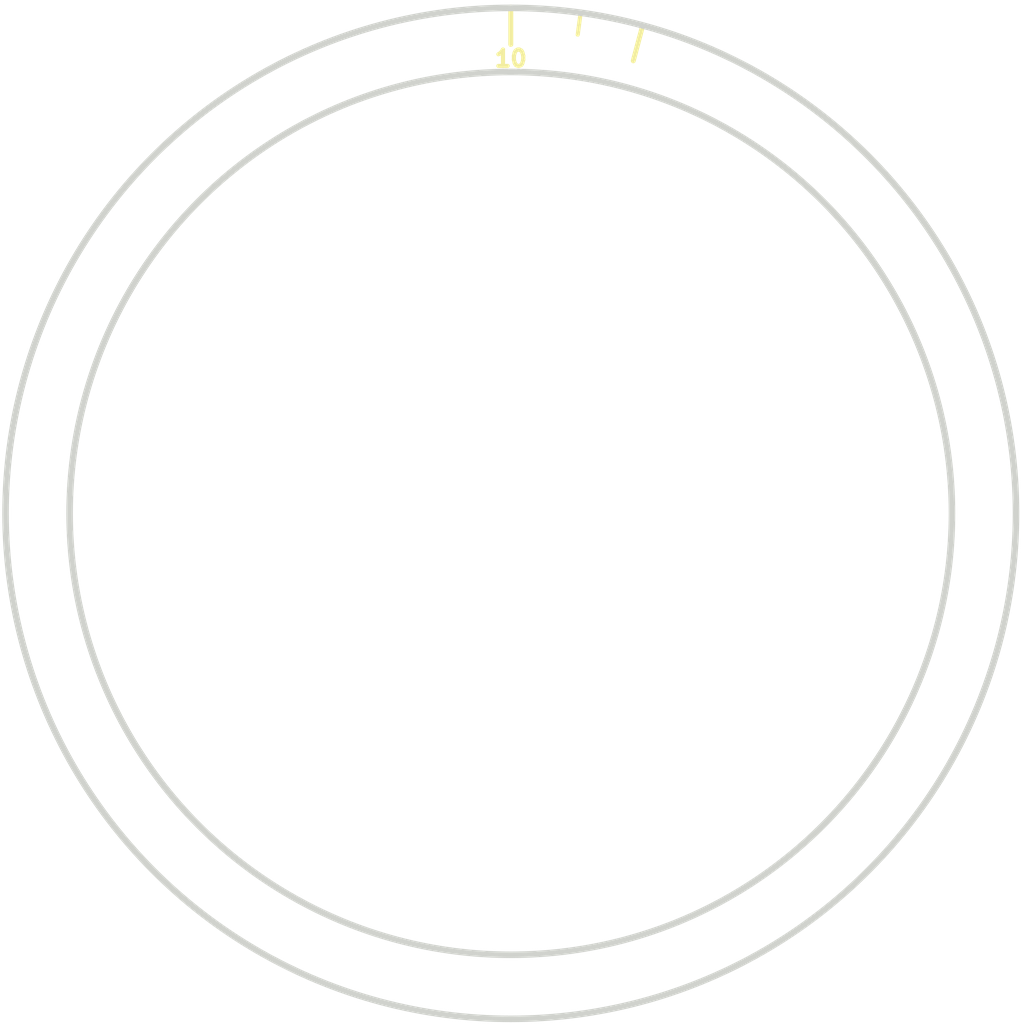
<source format=kicad_pcb>
(kicad_pcb (version 20211014) (generator pcbnew)

  (general
    (thickness 1.6)
  )

  (paper "A4")
  (layers
    (0 "F.Cu" signal)
    (31 "B.Cu" signal)
    (32 "B.Adhes" user "B.Adhesive")
    (33 "F.Adhes" user "F.Adhesive")
    (34 "B.Paste" user)
    (35 "F.Paste" user)
    (36 "B.SilkS" user "B.Silkscreen")
    (37 "F.SilkS" user "F.Silkscreen")
    (38 "B.Mask" user)
    (39 "F.Mask" user)
    (40 "Dwgs.User" user "User.Drawings")
    (41 "Cmts.User" user "User.Comments")
    (42 "Eco1.User" user "User.Eco1")
    (43 "Eco2.User" user "User.Eco2")
    (44 "Edge.Cuts" user)
    (45 "Margin" user)
    (46 "B.CrtYd" user "B.Courtyard")
    (47 "F.CrtYd" user "F.Courtyard")
    (48 "B.Fab" user)
    (49 "F.Fab" user)
    (50 "User.1" user "Dimensions")
    (51 "User.2" user)
    (52 "User.3" user "MinutesReference")
    (53 "User.4" user)
    (54 "User.5" user)
    (55 "User.6" user)
    (56 "User.7" user)
    (57 "User.8" user)
    (58 "User.9" user)
  )

  (setup
    (stackup
      (layer "F.SilkS" (type "Top Silk Screen"))
      (layer "F.Paste" (type "Top Solder Paste"))
      (layer "F.Mask" (type "Top Solder Mask") (thickness 0.01))
      (layer "F.Cu" (type "copper") (thickness 0.035))
      (layer "dielectric 1" (type "core") (thickness 1.51) (material "FR4") (epsilon_r 4.5) (loss_tangent 0.02))
      (layer "B.Cu" (type "copper") (thickness 0.035))
      (layer "B.Mask" (type "Bottom Solder Mask") (thickness 0.01))
      (layer "B.Paste" (type "Bottom Solder Paste"))
      (layer "B.SilkS" (type "Bottom Silk Screen"))
      (copper_finish "None")
      (dielectric_constraints no)
    )
    (pad_to_mask_clearance 0)
    (pcbplotparams
      (layerselection 0x00010fc_ffffffff)
      (disableapertmacros false)
      (usegerberextensions false)
      (usegerberattributes true)
      (usegerberadvancedattributes true)
      (creategerberjobfile true)
      (svguseinch false)
      (svgprecision 6)
      (excludeedgelayer true)
      (plotframeref false)
      (viasonmask false)
      (mode 1)
      (useauxorigin false)
      (hpglpennumber 1)
      (hpglpenspeed 20)
      (hpglpendiameter 15.000000)
      (dxfpolygonmode true)
      (dxfimperialunits true)
      (dxfusepcbnewfont true)
      (psnegative false)
      (psa4output false)
      (plotreference true)
      (plotvalue true)
      (plotinvisibletext false)
      (sketchpadsonfab false)
      (subtractmaskfromsilk false)
      (outputformat 1)
      (mirror false)
      (drillshape 0)
      (scaleselection 1)
      (outputdirectory "output/ring/")
    )
  )

  (net 0 "")

  (gr_circle (center 151.14 95.1) (end 164.64 95.1) (layer "Edge.Cuts") (width 0.2) (fill none) (tstamp 3c04887e-9f46-4c2e-9baf-9b9b0849ac2a))
  (gr_circle (center 151.14 95.1) (end 166.6 95.1) (layer "Edge.Cuts") (width 0.2) (fill none) (tstamp ac1188c2-bdc9-45c1-bc9e-3aee25e5cd51))
  (gr_circle (center 151.14 95.1) (end 151.2 95.1) (layer "User.2") (width 0.1) (fill none) (tstamp 3a9f785a-4f86-4ec8-916d-7751c2deb281))
  (gr_line (start 166.37954 91.860736) (end 163.846138 92.399227) (layer "User.3") (width 0.1) (tstamp 08003884-114e-4a24-b65d-f2a59e4e10db))
  (gr_line (start 135.90046 98.339264) (end 138.433862 97.800773) (layer "User.3") (width 0.1) (tstamp 091016ea-7df6-4524-8a2b-b3308c4177c6))
  (gr_line (start 146.325515 109.917461) (end 147.125869 107.454225) (layer "User.3") (width 0.1) (tstamp 0a116f37-d368-4b10-a449-dcdc2725416d))
  (gr_line (start 138.535515 85.942306) (end 140.630869 87.46467) (layer "User.3") (width 0.1) (tstamp 0e66fbfe-9104-4fec-a2e8-cdd0b727d7d6))
  (gr_line (start 135.645349 93.471447) (end 138.221161 93.742176) (layer "User.3") (width 0.1) (tstamp 0e815396-68ac-41b3-b50a-900ba228d84a))
  (gr_line (start 161.565055 106.678196) (end 159.832007 104.753451) (layer "User.3") (width 0.1) (tstamp 0e962927-b09c-4187-9cdb-0f793ab799ee))
  (gr_line (start 140.714945 83.521804) (end 142.447993 85.446549) (layer "User.3") (width 0.1) (tstamp 1163fc32-bbe4-47fd-bcba-3ad096c2d4d5))
  (gr_line (start 154.379264 79.86046) (end 153.840773 82.393862) (layer "User.3") (width 0.1) (tstamp 11d0d4ed-5639-4be2-8fff-efeb2f52558e))
  (gr_line (start 164.632676 102.89) (end 162.38967 101.595) (layer "User.3") (width 0.1) (tstamp 205f58b9-f59d-4ec5-a582-34a9c919de0e))
  (gr_line (start 143.35 108.592676) (end 144.645 106.34967) (layer "User.3") (width 0.1) (tstamp 2095b818-5ad4-41ee-819e-e356a42a3ff2))
  (gr_line (start 141.982306 107.704485) (end 143.50467 105.609131) (layer "User.3") (width 0.1) (tstamp 21607cbb-c279-41b4-a557-00cdb6a47350))
  (gr_line (start 141.982306 82.495515) (end 143.50467 84.590869) (layer "User.3") (width 0.1) (tstamp 2417fbc5-0a35-4a21-abe1-86c0601a0f82))
  (gr_line (start 165.373038 101.436957) (end 163.006955 100.383509) (layer "User.3") (width 0.1) (tstamp 2f4e859e-3aa2-4da3-aaca-a994d6c4c841))
  (gr_line (start 165.957461 90.285515) (end 163.494225 91.085869) (layer "User.3") (width 0.1) (tstamp 31703bb0-8e48-46fa-92f3-beaa5c1e45bc))
  (gr_line (start 152.768553 79.605349) (end 152.497824 82.181161) (layer "User.3") (width 0.1) (tstamp 34a8f8f0-d23d-44bd-b699-bc0b32eeedb9))
  (gr_line (start 157.476957 80.866962) (end 156.423509 83.233045) (layer "User.3") (width 0.1) (tstamp 3562756a-9042-4d6a-bf12-aae554d1da9d))
  (gr_line (start 162.718196 84.674945) (end 160.793451 86.407993) (layer "User.3") (width 0.1) (tstamp 37c7b3d1-a26d-4c2f-99e9-83a18ad5e4e9))
  (gr_line (start 137.647324 102.89) (end 139.89033 101.595) (layer "User.3") (width 0.1) (tstamp 39fcdb9f-da2a-4517-8c6a-1e24046cf88e))
  (gr_line (start 151.14 110.68) (end 151.14 108.09) (layer "User.3") (width 0.1) (tstamp 39fd5ff3-78db-433d-9883-b87fce0c427c))
  (gr_line (start 161.565055 83.521804) (end 159.832007 85.446549) (layer "User.3") (width 0.1) (tstamp 3c130fa0-6531-44d0-9d84-172a7088f6b2))
  (gr_line (start 137.647324 87.31) (end 139.89033 88.605) (layer "User.3") (width 0.1) (tstamp 3d35f3d4-7ace-4e20-8c2a-6639877ae22d))
  (gr_line (start 139.561804 84.674945) (end 141.486549 86.407993) (layer "User.3") (width 0.1) (tstamp 42c1b363-548b-4406-93db-aa4f8dd9ac19))
  (gr_line (start 144.803043 80.866962) (end 145.856491 83.233045) (layer "User.3") (width 0.1) (tstamp 4310780d-46ee-4197-9515-5bae8af3844e))
  (gr_line (start 140.714945 106.678196) (end 142.447993 104.753451) (layer "User.3") (width 0.1) (tstamp 434ec48d-e72e-4b07-b32d-674e906a7a96))
  (gr_line (start 136.322539 90.285515) (end 138.785775 91.085869) (layer "User.3") (width 0.1) (tstamp 4993068a-0530-4f73-bcc4-4631a3355b91))
  (gr_line (start 136.906962 101.436957) (end 139.273045 100.383509) (layer "User.3") (width 0.1) (tstamp 507256a1-fe68-43e4-9c7e-6c25ef890478))
  (gr_line (start 154.379264 110.33954) (end 153.840773 107.806138) (layer "User.3") (width 0.1) (tstamp 50ffae1e-128b-41ab-97a9-87e6030b4244))
  (gr_line (start 135.90046 91.860736) (end 138.433862 92.399227) (layer "User.3") (width 0.1) (tstamp 52869e0a-5cf4-4fab-8001-bc48f5830e9b))
  (gr_line (start 149.511447 110.594651) (end 149.782176 108.018839) (layer "User.3") (width 0.1) (tstamp 5973435c-30b0-4d4e-92ce-d7fb0fbd7cdc))
  (gr_line (start 144.803043 109.333038) (end 145.856491 106.966955) (layer "User.3") (width 0.1) (tstamp 6034b8cc-9dd9-45be-bd66-14a262923e0e))
  (gr_line (start 152.768553 110.594651) (end 152.497824 108.018839) (layer "User.3") (width 0.1) (tstamp 624b4e45-28b5-4409-a543-e6a0c87f3726))
  (gr_line (start 158.93 108.592676) (end 157.635 106.34967) (layer "User.3") (width 0.1) (tstamp 67c9254f-5904-4e07-a552-ae74b1c8da27))
  (gr_line (start 146.325515 80.282539) (end 147.125869 82.745775) (layer "User.3") (width 0.1) (tstamp 77b5e23d-2e05-4d9c-be3c-8650ca514bc6))
  (gr_line (start 163.744485 85.942306) (end 161.649131 87.46467) (layer "User.3") (width 0.1) (tstamp 77d71392-c11d-406c-badf-5b3d555eeb99))
  (gr_line (start 166.634651 96.728553) (end 164.058839 96.457824) (layer "User.3") (width 0.1) (tstamp 864a9dab-49ca-4727-bdff-290a0dddbd19))
  (gr_line (start 143.35 81.607324) (end 144.645 83.85033) (layer "User.3") (width 0.1) (tstamp 87dd2c82-ee6d-4e6a-b221-cfea73c05c98))
  (gr_line (start 147.900736 79.86046) (end 148.439227 82.393862) (layer "User.3") (width 0.1) (tstamp 8e696339-4344-4aea-a54d-3a981ffc47eb))
  (gr_line (start 160.297694 107.704485) (end 158.77533 105.609131) (layer "User.3") (width 0.1) (tstamp 8e8d1a0e-e8eb-4b48-9552-020745712e63))
  (gr_line (start 160.297694 82.495515) (end 158.77533 84.590869) (layer "User.3") (width 0.1) (tstamp 94c1b105-6011-4054-9254-7b4585d6ec2c))
  (gr_line (start 139.561804 105.525055) (end 141.486549 103.792007) (layer "User.3") (width 0.1) (tstamp 9600698b-ee43-47cc-a6e4-13ddad987006))
  (gr_line (start 163.744485 104.257694) (end 161.649131 102.73533) (layer "User.3") (width 0.1) (tstamp 98f65f02-ae30-434f-ace2-35823562ed7e))
  (gr_line (start 158.93 81.607324) (end 157.635 83.85033) (layer "User.3") (width 0.1) (tstamp aae27144-f754-4472-98bb-e45da192162e))
  (gr_line (start 147.900736 110.33954) (end 148.439227 107.806138) (layer "User.3") (width 0.1) (tstamp b00945f3-704c-414a-b6e8-6765693422ff))
  (gr_line (start 151.14 79.52) (end 151.14 82.11) (layer "User.3") (width 0.1) (tstamp b05431eb-48f6-4a0d-88bb-6c42f5c87d2e))
  (gr_line (start 165.957461 99.914485) (end 163.494225 99.114131) (layer "User.3") (width 0.1) (tstamp b7a621c3-6a83-44b0-888c-005b80724a71))
  (gr_line (start 135.56 95.1) (end 138.15 95.1) (layer "User.3") (width 0.1) (tstamp bc318d27-7ca9-4c6f-9bc5-3b68105b03c3))
  (gr_line (start 155.954485 80.282539) (end 155.154131 82.745775) (layer "User.3") (width 0.1) (tstamp bc6672b9-b13c-4ad2-9482-38a1ba68800a))
  (gr_line (start 135.645349 96.728553) (end 138.221161 96.457824) (layer "User.3") (width 0.1) (tstamp c0162c5e-58ed-404a-bda7-daf8cedadcfd))
  (gr_line (start 165.373038 88.763043) (end 163.006955 89.816491) (layer "User.3") (width 0.1) (tstamp c8473763-c46c-48ef-b535-7e535c1fea65))
  (gr_line (start 155.954485 109.917461) (end 155.154131 107.454225) (layer "User.3") (width 0.1) (tstamp ca7a2784-8e2d-4825-af7e-53c85ef2d739))
  (gr_line (start 136.322539 99.914485) (end 138.785775 99.114131) (layer "User.3") (width 0.1) (tstamp d3ae364d-08bb-476c-a8ae-4a305d351117))
  (gr_line (start 166.634651 93.471447) (end 164.058839 93.742176) (layer "User.3") (width 0.1) (tstamp d4cdf580-ad0a-497b-a73e-d9b727dc4235))
  (gr_line (start 157.476957 109.333038) (end 156.423509 106.966955) (layer "User.3") (width 0.1) (tstamp d5e86bb6-fe69-4e2f-ab4c-8004a16631fe))
  (gr_line (start 138.535515 104.257694) (end 140.630869 102.73533) (layer "User.3") (width 0.1) (tstamp dca876fe-66a7-4b5c-87b1-5c3da673367a))
  (gr_line (start 136.906962 88.763043) (end 139.273045 89.816491) (layer "User.3") (width 0.1) (tstamp de8e3792-c954-4423-9faa-4d3df68a06ba))
  (gr_line (start 166.37954 98.339264) (end 163.846138 97.800773) (layer "User.3") (width 0.1) (tstamp e04d3bcf-e92a-4ec1-8264-35c286abd965))
  (gr_line (start 149.511447 79.605349) (end 149.782176 82.181161) (layer "User.3") (width 0.1) (tstamp f073ddc1-f203-41a4-aa9e-2e3bc53f4106))
  (gr_line (start 162.718196 105.525055) (end 160.793451 103.792007) (layer "User.3") (width 0.1) (tstamp fbd1964b-eed0-41c6-8f0d-ea1a3738aa9f))
  (gr_line (start 164.632676 87.31) (end 162.38967 88.605) (layer "User.3") (width 0.1) (tstamp fef602b0-6b89-42c5-8b8c-fd7070f9a0d6))
  (gr_line (start 166.72 95.1) (end 164.13 95.1) (layer "User.3") (width 0.1) (tstamp ff23ce77-4fe3-4d29-be00-fb79d26a9dcf))
  (gr_text "|" (at 155.05 80.65 -14.9) (layer "F.SilkS") (tstamp 2090acfd-43b0-4a22-87b8-282f538887b6)
    (effects (font (size 0.8 1) (thickness 0.15)))
  )
  (gr_text "10" (at 151.14 81.19) (layer "F.SilkS") (tstamp 3d2730c5-c69f-455d-ab83-19340f305905)
    (effects (font (size 0.5 0.5) (thickness 0.125)))
  )
  (gr_text "|" (at 151.14 80.13) (layer "F.SilkS") (tstamp 8b5e32dc-4a68-4666-b2ce-c8cf056f135f)
    (effects (font (size 0.8 1) (thickness 0.15)))
  )
  (gr_text "|" (at 153.24 80.07 -7.63) (layer "F.SilkS") (tstamp 9cc593e2-6b1e-49ad-81e2-35f81701070a)
    (effects (font (size 0.5 1) (thickness 0.125)))
  )

)

</source>
